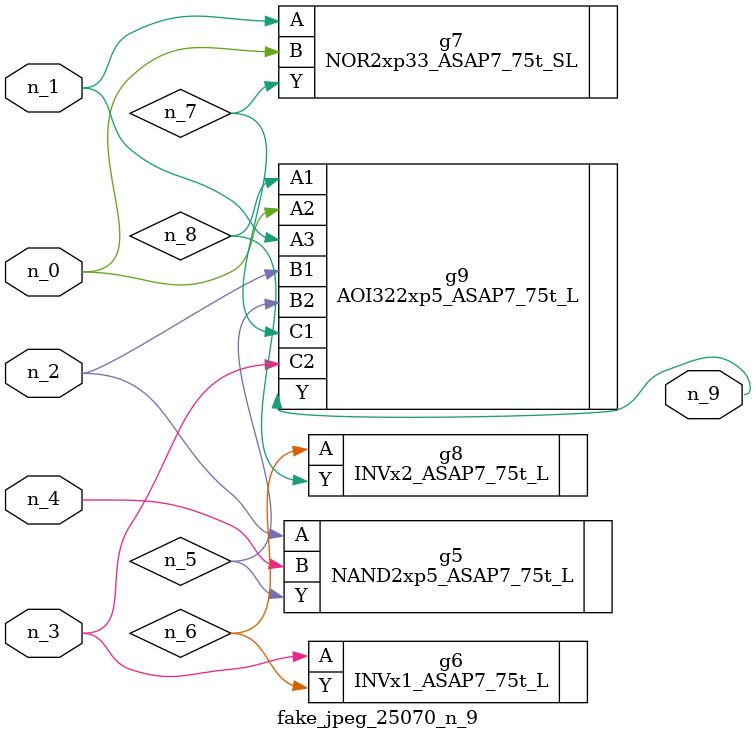
<source format=v>
module fake_jpeg_25070_n_9 (n_3, n_2, n_1, n_0, n_4, n_9);

input n_3;
input n_2;
input n_1;
input n_0;
input n_4;

output n_9;

wire n_8;
wire n_6;
wire n_5;
wire n_7;

NAND2xp5_ASAP7_75t_L g5 ( 
.A(n_2),
.B(n_4),
.Y(n_5)
);

INVx1_ASAP7_75t_L g6 ( 
.A(n_3),
.Y(n_6)
);

NOR2xp33_ASAP7_75t_SL g7 ( 
.A(n_1),
.B(n_0),
.Y(n_7)
);

INVx2_ASAP7_75t_L g8 ( 
.A(n_6),
.Y(n_8)
);

AOI322xp5_ASAP7_75t_L g9 ( 
.A1(n_8),
.A2(n_0),
.A3(n_1),
.B1(n_2),
.B2(n_5),
.C1(n_7),
.C2(n_3),
.Y(n_9)
);


endmodule
</source>
